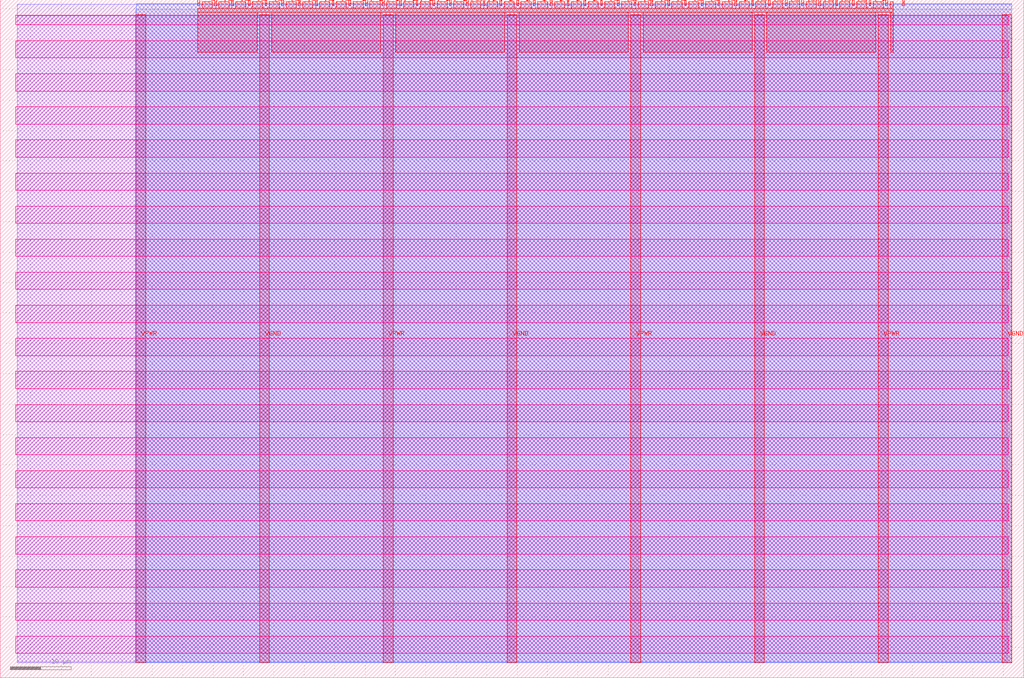
<source format=lef>
VERSION 5.7 ;
  NOWIREEXTENSIONATPIN ON ;
  DIVIDERCHAR "/" ;
  BUSBITCHARS "[]" ;
MACRO tt_um_wta
  CLASS BLOCK ;
  FOREIGN tt_um_wta ;
  ORIGIN 0.000 0.000 ;
  SIZE 168.360 BY 111.520 ;
  PIN VGND
    DIRECTION INOUT ;
    USE GROUND ;
    PORT
      LAYER met4 ;
        RECT 42.670 2.480 44.270 109.040 ;
    END
    PORT
      LAYER met4 ;
        RECT 83.380 2.480 84.980 109.040 ;
    END
    PORT
      LAYER met4 ;
        RECT 124.090 2.480 125.690 109.040 ;
    END
    PORT
      LAYER met4 ;
        RECT 164.800 2.480 166.400 109.040 ;
    END
  END VGND
  PIN VPWR
    DIRECTION INOUT ;
    USE POWER ;
    PORT
      LAYER met4 ;
        RECT 22.315 2.480 23.915 109.040 ;
    END
    PORT
      LAYER met4 ;
        RECT 63.025 2.480 64.625 109.040 ;
    END
    PORT
      LAYER met4 ;
        RECT 103.735 2.480 105.335 109.040 ;
    END
    PORT
      LAYER met4 ;
        RECT 144.445 2.480 146.045 109.040 ;
    END
  END VPWR
  PIN clk
    DIRECTION INPUT ;
    USE SIGNAL ;
    ANTENNAGATEAREA 0.852000 ;
    PORT
      LAYER met4 ;
        RECT 145.670 110.520 145.970 111.520 ;
    END
  END clk
  PIN ena
    DIRECTION INPUT ;
    USE SIGNAL ;
    PORT
      LAYER met4 ;
        RECT 148.430 110.520 148.730 111.520 ;
    END
  END ena
  PIN rst_n
    DIRECTION INPUT ;
    USE SIGNAL ;
    ANTENNAGATEAREA 0.196500 ;
    PORT
      LAYER met4 ;
        RECT 142.910 110.520 143.210 111.520 ;
    END
  END rst_n
  PIN ui_in[0]
    DIRECTION INPUT ;
    USE SIGNAL ;
    ANTENNAGATEAREA 0.196500 ;
    PORT
      LAYER met4 ;
        RECT 140.150 110.520 140.450 111.520 ;
    END
  END ui_in[0]
  PIN ui_in[1]
    DIRECTION INPUT ;
    USE SIGNAL ;
    ANTENNAGATEAREA 0.196500 ;
    PORT
      LAYER met4 ;
        RECT 137.390 110.520 137.690 111.520 ;
    END
  END ui_in[1]
  PIN ui_in[2]
    DIRECTION INPUT ;
    USE SIGNAL ;
    ANTENNAGATEAREA 0.196500 ;
    PORT
      LAYER met4 ;
        RECT 134.630 110.520 134.930 111.520 ;
    END
  END ui_in[2]
  PIN ui_in[3]
    DIRECTION INPUT ;
    USE SIGNAL ;
    ANTENNAGATEAREA 0.196500 ;
    PORT
      LAYER met4 ;
        RECT 131.870 110.520 132.170 111.520 ;
    END
  END ui_in[3]
  PIN ui_in[4]
    DIRECTION INPUT ;
    USE SIGNAL ;
    ANTENNAGATEAREA 0.196500 ;
    PORT
      LAYER met4 ;
        RECT 129.110 110.520 129.410 111.520 ;
    END
  END ui_in[4]
  PIN ui_in[5]
    DIRECTION INPUT ;
    USE SIGNAL ;
    ANTENNAGATEAREA 0.196500 ;
    PORT
      LAYER met4 ;
        RECT 126.350 110.520 126.650 111.520 ;
    END
  END ui_in[5]
  PIN ui_in[6]
    DIRECTION INPUT ;
    USE SIGNAL ;
    ANTENNAGATEAREA 0.196500 ;
    PORT
      LAYER met4 ;
        RECT 123.590 110.520 123.890 111.520 ;
    END
  END ui_in[6]
  PIN ui_in[7]
    DIRECTION INPUT ;
    USE SIGNAL ;
    ANTENNAGATEAREA 0.196500 ;
    PORT
      LAYER met4 ;
        RECT 120.830 110.520 121.130 111.520 ;
    END
  END ui_in[7]
  PIN uio_in[0]
    DIRECTION INPUT ;
    USE SIGNAL ;
    PORT
      LAYER met4 ;
        RECT 118.070 110.520 118.370 111.520 ;
    END
  END uio_in[0]
  PIN uio_in[1]
    DIRECTION INPUT ;
    USE SIGNAL ;
    PORT
      LAYER met4 ;
        RECT 115.310 110.520 115.610 111.520 ;
    END
  END uio_in[1]
  PIN uio_in[2]
    DIRECTION INPUT ;
    USE SIGNAL ;
    PORT
      LAYER met4 ;
        RECT 112.550 110.520 112.850 111.520 ;
    END
  END uio_in[2]
  PIN uio_in[3]
    DIRECTION INPUT ;
    USE SIGNAL ;
    PORT
      LAYER met4 ;
        RECT 109.790 110.520 110.090 111.520 ;
    END
  END uio_in[3]
  PIN uio_in[4]
    DIRECTION INPUT ;
    USE SIGNAL ;
    PORT
      LAYER met4 ;
        RECT 107.030 110.520 107.330 111.520 ;
    END
  END uio_in[4]
  PIN uio_in[5]
    DIRECTION INPUT ;
    USE SIGNAL ;
    PORT
      LAYER met4 ;
        RECT 104.270 110.520 104.570 111.520 ;
    END
  END uio_in[5]
  PIN uio_in[6]
    DIRECTION INPUT ;
    USE SIGNAL ;
    PORT
      LAYER met4 ;
        RECT 101.510 110.520 101.810 111.520 ;
    END
  END uio_in[6]
  PIN uio_in[7]
    DIRECTION INPUT ;
    USE SIGNAL ;
    PORT
      LAYER met4 ;
        RECT 98.750 110.520 99.050 111.520 ;
    END
  END uio_in[7]
  PIN uio_oe[0]
    DIRECTION OUTPUT TRISTATE ;
    USE SIGNAL ;
    PORT
      LAYER met4 ;
        RECT 51.830 110.520 52.130 111.520 ;
    END
  END uio_oe[0]
  PIN uio_oe[1]
    DIRECTION OUTPUT TRISTATE ;
    USE SIGNAL ;
    PORT
      LAYER met4 ;
        RECT 49.070 110.520 49.370 111.520 ;
    END
  END uio_oe[1]
  PIN uio_oe[2]
    DIRECTION OUTPUT TRISTATE ;
    USE SIGNAL ;
    PORT
      LAYER met4 ;
        RECT 46.310 110.520 46.610 111.520 ;
    END
  END uio_oe[2]
  PIN uio_oe[3]
    DIRECTION OUTPUT TRISTATE ;
    USE SIGNAL ;
    PORT
      LAYER met4 ;
        RECT 43.550 110.520 43.850 111.520 ;
    END
  END uio_oe[3]
  PIN uio_oe[4]
    DIRECTION OUTPUT TRISTATE ;
    USE SIGNAL ;
    PORT
      LAYER met4 ;
        RECT 40.790 110.520 41.090 111.520 ;
    END
  END uio_oe[4]
  PIN uio_oe[5]
    DIRECTION OUTPUT TRISTATE ;
    USE SIGNAL ;
    PORT
      LAYER met4 ;
        RECT 38.030 110.520 38.330 111.520 ;
    END
  END uio_oe[5]
  PIN uio_oe[6]
    DIRECTION OUTPUT TRISTATE ;
    USE SIGNAL ;
    PORT
      LAYER met4 ;
        RECT 35.270 110.520 35.570 111.520 ;
    END
  END uio_oe[6]
  PIN uio_oe[7]
    DIRECTION OUTPUT TRISTATE ;
    USE SIGNAL ;
    PORT
      LAYER met4 ;
        RECT 32.510 110.520 32.810 111.520 ;
    END
  END uio_oe[7]
  PIN uio_out[0]
    DIRECTION OUTPUT TRISTATE ;
    USE SIGNAL ;
    PORT
      LAYER met4 ;
        RECT 73.910 110.520 74.210 111.520 ;
    END
  END uio_out[0]
  PIN uio_out[1]
    DIRECTION OUTPUT TRISTATE ;
    USE SIGNAL ;
    PORT
      LAYER met4 ;
        RECT 71.150 110.520 71.450 111.520 ;
    END
  END uio_out[1]
  PIN uio_out[2]
    DIRECTION OUTPUT TRISTATE ;
    USE SIGNAL ;
    PORT
      LAYER met4 ;
        RECT 68.390 110.520 68.690 111.520 ;
    END
  END uio_out[2]
  PIN uio_out[3]
    DIRECTION OUTPUT TRISTATE ;
    USE SIGNAL ;
    PORT
      LAYER met4 ;
        RECT 65.630 110.520 65.930 111.520 ;
    END
  END uio_out[3]
  PIN uio_out[4]
    DIRECTION OUTPUT TRISTATE ;
    USE SIGNAL ;
    PORT
      LAYER met4 ;
        RECT 62.870 110.520 63.170 111.520 ;
    END
  END uio_out[4]
  PIN uio_out[5]
    DIRECTION OUTPUT TRISTATE ;
    USE SIGNAL ;
    PORT
      LAYER met4 ;
        RECT 60.110 110.520 60.410 111.520 ;
    END
  END uio_out[5]
  PIN uio_out[6]
    DIRECTION OUTPUT TRISTATE ;
    USE SIGNAL ;
    PORT
      LAYER met4 ;
        RECT 57.350 110.520 57.650 111.520 ;
    END
  END uio_out[6]
  PIN uio_out[7]
    DIRECTION OUTPUT TRISTATE ;
    USE SIGNAL ;
    PORT
      LAYER met4 ;
        RECT 54.590 110.520 54.890 111.520 ;
    END
  END uio_out[7]
  PIN uo_out[0]
    DIRECTION OUTPUT TRISTATE ;
    USE SIGNAL ;
    ANTENNADIFFAREA 0.445500 ;
    PORT
      LAYER met4 ;
        RECT 95.990 110.520 96.290 111.520 ;
    END
  END uo_out[0]
  PIN uo_out[1]
    DIRECTION OUTPUT TRISTATE ;
    USE SIGNAL ;
    ANTENNADIFFAREA 0.445500 ;
    PORT
      LAYER met4 ;
        RECT 93.230 110.520 93.530 111.520 ;
    END
  END uo_out[1]
  PIN uo_out[2]
    DIRECTION OUTPUT TRISTATE ;
    USE SIGNAL ;
    ANTENNADIFFAREA 0.445500 ;
    PORT
      LAYER met4 ;
        RECT 90.470 110.520 90.770 111.520 ;
    END
  END uo_out[2]
  PIN uo_out[3]
    DIRECTION OUTPUT TRISTATE ;
    USE SIGNAL ;
    ANTENNADIFFAREA 0.445500 ;
    PORT
      LAYER met4 ;
        RECT 87.710 110.520 88.010 111.520 ;
    END
  END uo_out[3]
  PIN uo_out[4]
    DIRECTION OUTPUT TRISTATE ;
    USE SIGNAL ;
    ANTENNADIFFAREA 0.445500 ;
    PORT
      LAYER met4 ;
        RECT 84.950 110.520 85.250 111.520 ;
    END
  END uo_out[4]
  PIN uo_out[5]
    DIRECTION OUTPUT TRISTATE ;
    USE SIGNAL ;
    ANTENNADIFFAREA 0.445500 ;
    PORT
      LAYER met4 ;
        RECT 82.190 110.520 82.490 111.520 ;
    END
  END uo_out[5]
  PIN uo_out[6]
    DIRECTION OUTPUT TRISTATE ;
    USE SIGNAL ;
    ANTENNADIFFAREA 0.445500 ;
    PORT
      LAYER met4 ;
        RECT 79.430 110.520 79.730 111.520 ;
    END
  END uo_out[6]
  PIN uo_out[7]
    DIRECTION OUTPUT TRISTATE ;
    USE SIGNAL ;
    ANTENNADIFFAREA 0.445500 ;
    PORT
      LAYER met4 ;
        RECT 76.670 110.520 76.970 111.520 ;
    END
  END uo_out[7]
  OBS
      LAYER nwell ;
        RECT 2.570 107.385 165.790 108.990 ;
        RECT 2.570 101.945 165.790 104.775 ;
        RECT 2.570 96.505 165.790 99.335 ;
        RECT 2.570 91.065 165.790 93.895 ;
        RECT 2.570 85.625 165.790 88.455 ;
        RECT 2.570 80.185 165.790 83.015 ;
        RECT 2.570 74.745 165.790 77.575 ;
        RECT 2.570 69.305 165.790 72.135 ;
        RECT 2.570 63.865 165.790 66.695 ;
        RECT 2.570 58.425 165.790 61.255 ;
        RECT 2.570 52.985 165.790 55.815 ;
        RECT 2.570 47.545 165.790 50.375 ;
        RECT 2.570 42.105 165.790 44.935 ;
        RECT 2.570 36.665 165.790 39.495 ;
        RECT 2.570 31.225 165.790 34.055 ;
        RECT 2.570 25.785 165.790 28.615 ;
        RECT 2.570 20.345 165.790 23.175 ;
        RECT 2.570 14.905 165.790 17.735 ;
        RECT 2.570 9.465 165.790 12.295 ;
        RECT 2.570 4.025 165.790 6.855 ;
      LAYER li1 ;
        RECT 2.760 2.635 165.600 108.885 ;
      LAYER met1 ;
        RECT 2.760 2.480 166.400 110.800 ;
      LAYER met2 ;
        RECT 22.345 2.535 166.370 110.830 ;
      LAYER met3 ;
        RECT 22.325 2.555 166.390 109.985 ;
      LAYER met4 ;
        RECT 33.210 110.120 34.870 111.170 ;
        RECT 35.970 110.120 37.630 111.170 ;
        RECT 38.730 110.120 40.390 111.170 ;
        RECT 41.490 110.120 43.150 111.170 ;
        RECT 44.250 110.120 45.910 111.170 ;
        RECT 47.010 110.120 48.670 111.170 ;
        RECT 49.770 110.120 51.430 111.170 ;
        RECT 52.530 110.120 54.190 111.170 ;
        RECT 55.290 110.120 56.950 111.170 ;
        RECT 58.050 110.120 59.710 111.170 ;
        RECT 60.810 110.120 62.470 111.170 ;
        RECT 63.570 110.120 65.230 111.170 ;
        RECT 66.330 110.120 67.990 111.170 ;
        RECT 69.090 110.120 70.750 111.170 ;
        RECT 71.850 110.120 73.510 111.170 ;
        RECT 74.610 110.120 76.270 111.170 ;
        RECT 77.370 110.120 79.030 111.170 ;
        RECT 80.130 110.120 81.790 111.170 ;
        RECT 82.890 110.120 84.550 111.170 ;
        RECT 85.650 110.120 87.310 111.170 ;
        RECT 88.410 110.120 90.070 111.170 ;
        RECT 91.170 110.120 92.830 111.170 ;
        RECT 93.930 110.120 95.590 111.170 ;
        RECT 96.690 110.120 98.350 111.170 ;
        RECT 99.450 110.120 101.110 111.170 ;
        RECT 102.210 110.120 103.870 111.170 ;
        RECT 104.970 110.120 106.630 111.170 ;
        RECT 107.730 110.120 109.390 111.170 ;
        RECT 110.490 110.120 112.150 111.170 ;
        RECT 113.250 110.120 114.910 111.170 ;
        RECT 116.010 110.120 117.670 111.170 ;
        RECT 118.770 110.120 120.430 111.170 ;
        RECT 121.530 110.120 123.190 111.170 ;
        RECT 124.290 110.120 125.950 111.170 ;
        RECT 127.050 110.120 128.710 111.170 ;
        RECT 129.810 110.120 131.470 111.170 ;
        RECT 132.570 110.120 134.230 111.170 ;
        RECT 135.330 110.120 136.990 111.170 ;
        RECT 138.090 110.120 139.750 111.170 ;
        RECT 140.850 110.120 142.510 111.170 ;
        RECT 143.610 110.120 145.270 111.170 ;
        RECT 146.370 110.120 146.905 111.170 ;
        RECT 32.495 109.440 146.905 110.120 ;
        RECT 32.495 102.855 42.270 109.440 ;
        RECT 44.670 102.855 62.625 109.440 ;
        RECT 65.025 102.855 82.980 109.440 ;
        RECT 85.380 102.855 103.335 109.440 ;
        RECT 105.735 102.855 123.690 109.440 ;
        RECT 126.090 102.855 144.045 109.440 ;
        RECT 146.445 102.855 146.905 109.440 ;
  END
END tt_um_wta
END LIBRARY


</source>
